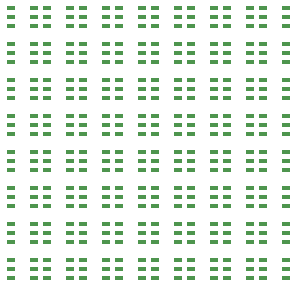
<source format=gbr>
G04 EAGLE Gerber RS-274X export*
G75*
%MOMM*%
%FSLAX34Y34*%
%LPD*%
%INSolderpaste Top*%
%IPPOS*%
%AMOC8*
5,1,8,0,0,1.08239X$1,22.5*%
G01*
%ADD10R,0.700000X0.350000*%


D10*
X243180Y226180D03*
X243180Y233680D03*
X243180Y241180D03*
X224180Y241180D03*
X224180Y233680D03*
X224180Y226180D03*
X212700Y226180D03*
X212700Y233680D03*
X212700Y241180D03*
X193700Y241180D03*
X193700Y233680D03*
X193700Y226180D03*
X182220Y226180D03*
X182220Y233680D03*
X182220Y241180D03*
X163220Y241180D03*
X163220Y233680D03*
X163220Y226180D03*
X151740Y226180D03*
X151740Y233680D03*
X151740Y241180D03*
X132740Y241180D03*
X132740Y233680D03*
X132740Y226180D03*
X121260Y226180D03*
X121260Y233680D03*
X121260Y241180D03*
X102260Y241180D03*
X102260Y233680D03*
X102260Y226180D03*
X90780Y226180D03*
X90780Y233680D03*
X90780Y241180D03*
X71780Y241180D03*
X71780Y233680D03*
X71780Y226180D03*
X60300Y226180D03*
X60300Y233680D03*
X60300Y241180D03*
X41300Y241180D03*
X41300Y233680D03*
X41300Y226180D03*
X29820Y226180D03*
X29820Y233680D03*
X29820Y241180D03*
X10820Y241180D03*
X10820Y233680D03*
X10820Y226180D03*
X243180Y195700D03*
X243180Y203200D03*
X243180Y210700D03*
X224180Y210700D03*
X224180Y203200D03*
X224180Y195700D03*
X212700Y195700D03*
X212700Y203200D03*
X212700Y210700D03*
X193700Y210700D03*
X193700Y203200D03*
X193700Y195700D03*
X182220Y195700D03*
X182220Y203200D03*
X182220Y210700D03*
X163220Y210700D03*
X163220Y203200D03*
X163220Y195700D03*
X151740Y195700D03*
X151740Y203200D03*
X151740Y210700D03*
X132740Y210700D03*
X132740Y203200D03*
X132740Y195700D03*
X121260Y195700D03*
X121260Y203200D03*
X121260Y210700D03*
X102260Y210700D03*
X102260Y203200D03*
X102260Y195700D03*
X90780Y195700D03*
X90780Y203200D03*
X90780Y210700D03*
X71780Y210700D03*
X71780Y203200D03*
X71780Y195700D03*
X60300Y195700D03*
X60300Y203200D03*
X60300Y210700D03*
X41300Y210700D03*
X41300Y203200D03*
X41300Y195700D03*
X29820Y195700D03*
X29820Y203200D03*
X29820Y210700D03*
X10820Y210700D03*
X10820Y203200D03*
X10820Y195700D03*
X243180Y165220D03*
X243180Y172720D03*
X243180Y180220D03*
X224180Y180220D03*
X224180Y172720D03*
X224180Y165220D03*
X212700Y165220D03*
X212700Y172720D03*
X212700Y180220D03*
X193700Y180220D03*
X193700Y172720D03*
X193700Y165220D03*
X182220Y165220D03*
X182220Y172720D03*
X182220Y180220D03*
X163220Y180220D03*
X163220Y172720D03*
X163220Y165220D03*
X151740Y165220D03*
X151740Y172720D03*
X151740Y180220D03*
X132740Y180220D03*
X132740Y172720D03*
X132740Y165220D03*
X121260Y165220D03*
X121260Y172720D03*
X121260Y180220D03*
X102260Y180220D03*
X102260Y172720D03*
X102260Y165220D03*
X90780Y165220D03*
X90780Y172720D03*
X90780Y180220D03*
X71780Y180220D03*
X71780Y172720D03*
X71780Y165220D03*
X60300Y165220D03*
X60300Y172720D03*
X60300Y180220D03*
X41300Y180220D03*
X41300Y172720D03*
X41300Y165220D03*
X29820Y165220D03*
X29820Y172720D03*
X29820Y180220D03*
X10820Y180220D03*
X10820Y172720D03*
X10820Y165220D03*
X243180Y134740D03*
X243180Y142240D03*
X243180Y149740D03*
X224180Y149740D03*
X224180Y142240D03*
X224180Y134740D03*
X212700Y134740D03*
X212700Y142240D03*
X212700Y149740D03*
X193700Y149740D03*
X193700Y142240D03*
X193700Y134740D03*
X182220Y134740D03*
X182220Y142240D03*
X182220Y149740D03*
X163220Y149740D03*
X163220Y142240D03*
X163220Y134740D03*
X151740Y134740D03*
X151740Y142240D03*
X151740Y149740D03*
X132740Y149740D03*
X132740Y142240D03*
X132740Y134740D03*
X121260Y134740D03*
X121260Y142240D03*
X121260Y149740D03*
X102260Y149740D03*
X102260Y142240D03*
X102260Y134740D03*
X90780Y134740D03*
X90780Y142240D03*
X90780Y149740D03*
X71780Y149740D03*
X71780Y142240D03*
X71780Y134740D03*
X60300Y134740D03*
X60300Y142240D03*
X60300Y149740D03*
X41300Y149740D03*
X41300Y142240D03*
X41300Y134740D03*
X29820Y134740D03*
X29820Y142240D03*
X29820Y149740D03*
X10820Y149740D03*
X10820Y142240D03*
X10820Y134740D03*
X243180Y104260D03*
X243180Y111760D03*
X243180Y119260D03*
X224180Y119260D03*
X224180Y111760D03*
X224180Y104260D03*
X212700Y104260D03*
X212700Y111760D03*
X212700Y119260D03*
X193700Y119260D03*
X193700Y111760D03*
X193700Y104260D03*
X182220Y104260D03*
X182220Y111760D03*
X182220Y119260D03*
X163220Y119260D03*
X163220Y111760D03*
X163220Y104260D03*
X151740Y104260D03*
X151740Y111760D03*
X151740Y119260D03*
X132740Y119260D03*
X132740Y111760D03*
X132740Y104260D03*
X121260Y104260D03*
X121260Y111760D03*
X121260Y119260D03*
X102260Y119260D03*
X102260Y111760D03*
X102260Y104260D03*
X90780Y104260D03*
X90780Y111760D03*
X90780Y119260D03*
X71780Y119260D03*
X71780Y111760D03*
X71780Y104260D03*
X60300Y104260D03*
X60300Y111760D03*
X60300Y119260D03*
X41300Y119260D03*
X41300Y111760D03*
X41300Y104260D03*
X29820Y104260D03*
X29820Y111760D03*
X29820Y119260D03*
X10820Y119260D03*
X10820Y111760D03*
X10820Y104260D03*
X243180Y73780D03*
X243180Y81280D03*
X243180Y88780D03*
X224180Y88780D03*
X224180Y81280D03*
X224180Y73780D03*
X212700Y73780D03*
X212700Y81280D03*
X212700Y88780D03*
X193700Y88780D03*
X193700Y81280D03*
X193700Y73780D03*
X182220Y73780D03*
X182220Y81280D03*
X182220Y88780D03*
X163220Y88780D03*
X163220Y81280D03*
X163220Y73780D03*
X151740Y73780D03*
X151740Y81280D03*
X151740Y88780D03*
X132740Y88780D03*
X132740Y81280D03*
X132740Y73780D03*
X121260Y73780D03*
X121260Y81280D03*
X121260Y88780D03*
X102260Y88780D03*
X102260Y81280D03*
X102260Y73780D03*
X90780Y73780D03*
X90780Y81280D03*
X90780Y88780D03*
X71780Y88780D03*
X71780Y81280D03*
X71780Y73780D03*
X60300Y73780D03*
X60300Y81280D03*
X60300Y88780D03*
X41300Y88780D03*
X41300Y81280D03*
X41300Y73780D03*
X29820Y73780D03*
X29820Y81280D03*
X29820Y88780D03*
X10820Y88780D03*
X10820Y81280D03*
X10820Y73780D03*
X243180Y43300D03*
X243180Y50800D03*
X243180Y58300D03*
X224180Y58300D03*
X224180Y50800D03*
X224180Y43300D03*
X212700Y43300D03*
X212700Y50800D03*
X212700Y58300D03*
X193700Y58300D03*
X193700Y50800D03*
X193700Y43300D03*
X182220Y43300D03*
X182220Y50800D03*
X182220Y58300D03*
X163220Y58300D03*
X163220Y50800D03*
X163220Y43300D03*
X151740Y43300D03*
X151740Y50800D03*
X151740Y58300D03*
X132740Y58300D03*
X132740Y50800D03*
X132740Y43300D03*
X121260Y43300D03*
X121260Y50800D03*
X121260Y58300D03*
X102260Y58300D03*
X102260Y50800D03*
X102260Y43300D03*
X90780Y43300D03*
X90780Y50800D03*
X90780Y58300D03*
X71780Y58300D03*
X71780Y50800D03*
X71780Y43300D03*
X60300Y43300D03*
X60300Y50800D03*
X60300Y58300D03*
X41300Y58300D03*
X41300Y50800D03*
X41300Y43300D03*
X29820Y43300D03*
X29820Y50800D03*
X29820Y58300D03*
X10820Y58300D03*
X10820Y50800D03*
X10820Y43300D03*
X243180Y12820D03*
X243180Y20320D03*
X243180Y27820D03*
X224180Y27820D03*
X224180Y20320D03*
X224180Y12820D03*
X212700Y12820D03*
X212700Y20320D03*
X212700Y27820D03*
X193700Y27820D03*
X193700Y20320D03*
X193700Y12820D03*
X182220Y12820D03*
X182220Y20320D03*
X182220Y27820D03*
X163220Y27820D03*
X163220Y20320D03*
X163220Y12820D03*
X151740Y12820D03*
X151740Y20320D03*
X151740Y27820D03*
X132740Y27820D03*
X132740Y20320D03*
X132740Y12820D03*
X121260Y12820D03*
X121260Y20320D03*
X121260Y27820D03*
X102260Y27820D03*
X102260Y20320D03*
X102260Y12820D03*
X90780Y12820D03*
X90780Y20320D03*
X90780Y27820D03*
X71780Y27820D03*
X71780Y20320D03*
X71780Y12820D03*
X60300Y12820D03*
X60300Y20320D03*
X60300Y27820D03*
X41300Y27820D03*
X41300Y20320D03*
X41300Y12820D03*
X29820Y12820D03*
X29820Y20320D03*
X29820Y27820D03*
X10820Y27820D03*
X10820Y20320D03*
X10820Y12820D03*
M02*

</source>
